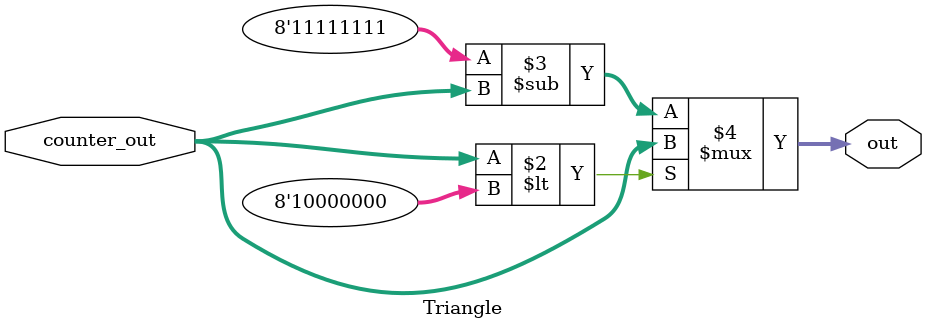
<source format=v>
module Triangle(counter_out, out);
	input [7:0] counter_out;
	output reg [7:0] out;

	always @(counter_out)begin
		out = (counter_out < 8'd128) ? counter_out : 8'b11111111 - counter_out;
	end
endmodule
</source>
